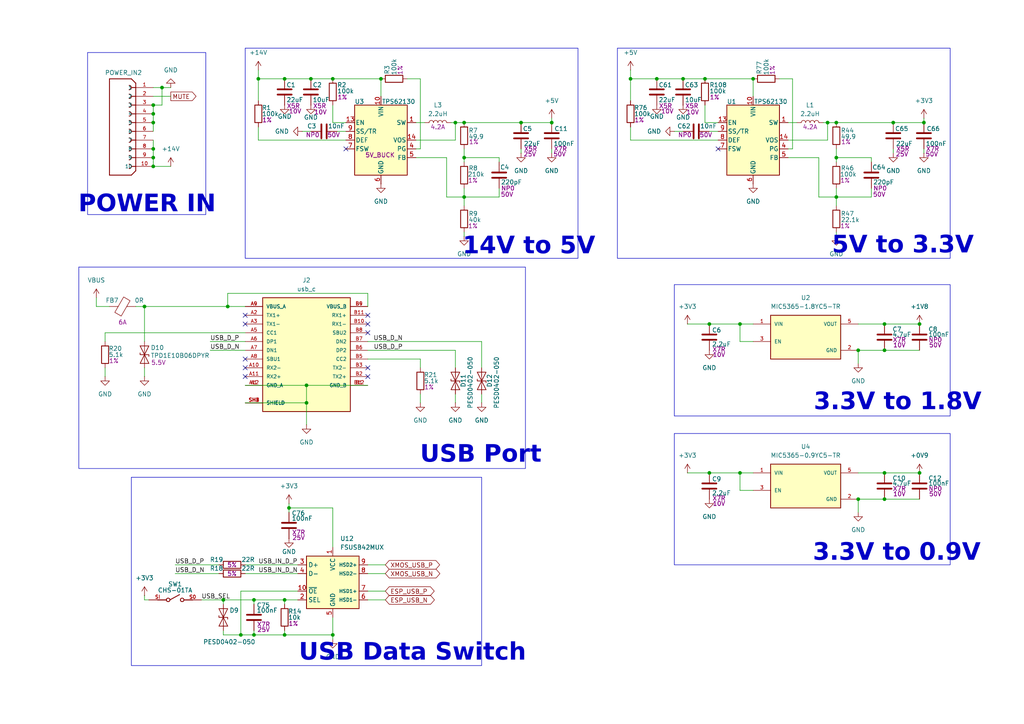
<source format=kicad_sch>
(kicad_sch (version 20250114) (generator "eeschema") (generator_version "9.0")
  (paper "A4")
  (title_block (title "Nest mini drop in PCB replacement") (rev "v1") (company "by iMike78 (inpired by Onju voice and HA VPE)"))
  (lib_symbols
    (symbol "Device:C" (pin_numbers (hide yes)) (pin_names (offset 0.254))
      (property "Reference" "C" (at 0.635 2.54 0))
      (property "Value" "C" (at 0.635 -2.54 0))
      (symbol "C_1_1"
        (pin passive line (at 0 3.81 270) (length 2.794) (name "~") (number "1"))
        (pin passive line (at 0 -3.81 90) (length 2.794) (name "~") (number "2"))
      )
    )
    (symbol "Device:FerriteBead" (pin_numbers (hide yes)) (pin_names (offset 0))
      (property "Reference" "FB" (at -3.81 0.635 90))
      (property "Value" "FerriteBead" (at 3.81 0 90))
      (symbol "FerriteBead_1_1"
        (pin passive line (at 0 3.81 270) (length 2.54) (name "~") (number "1"))
        (pin passive line (at 0 -3.81 90) (length 2.54) (name "~") (number "2"))
      )
    )
    (symbol "Device:L" (pin_numbers (hide yes)) (pin_names (offset 1.016) (hide yes))
      (property "Reference" "L" (at -1.27 0 90))
      (property "Value" "L" (at 1.905 0 90))
      (symbol "L_1_1"
        (pin passive line (at 0 3.81 270) (length 1.27) (name "1") (number "1"))
        (pin passive line (at 0 -3.81 90) (length 1.27) (name "2") (number "2"))
      )
    )
    (symbol "Device:R" (pin_numbers (hide yes)) (pin_names (offset 0))
      (property "Reference" "R" (at 2.032 0 90))
      (property "Value" "R" (at 0 0 90))
      (symbol "R_1_1"
        (pin passive line (at 0 3.81 270) (length 1.27) (name "~") (number "1"))
        (pin passive line (at 0 -3.81 90) (length 1.27) (name "~") (number "2"))
      )
    )
    (symbol "Diode:SZESD9B5.0ST5G" (pin_numbers (hide yes)) (pin_names (offset 1.016) (hide yes))
      (property "Reference" "D" (at 0 2.54 0))
      (property "Value" "SZESD9B5.0ST5G" (at 0 -2.54 0))
      (symbol "SZESD9B5.0ST5G_1_1"
        (pin passive line (at -3.81 0 0) (length 2.54) (name "A1") (number "1"))
        (pin passive line (at 3.81 0 180) (length 2.54) (name "A2") (number "2"))
      )
    )
    (symbol "FH34SRJ-10S-0.5SH_50_:FH34SRJ-10S-0.5SH_50_" (pin_names (offset 1.016))
      (property "Reference" "J" (at -7.62 13.97 0))
      (property "Value" "FH34SRJ-10S-0.5SH_50_" (at -7.62 -17.78 0))
      (symbol "FH34SRJ-10S-0.5SH_50__0_0"
        (pin passive line (at 5.08 10.16 180) (length 5.08) (name "1") (number "1"))
        (pin passive line (at 5.08 7.62 180) (length 5.08) (name "2") (number "2"))
        (pin passive line (at 5.08 5.08 180) (length 5.08) (name "3") (number "3"))
        (pin passive line (at 5.08 2.54 180) (length 5.08) (name "4") (number "4"))
        (pin passive line (at 5.08 0 180) (length 5.08) (name "5") (number "5"))
        (pin passive line (at 5.08 -2.54 180) (length 5.08) (name "6") (number "6"))
        (pin passive line (at 5.08 -5.08 180) (length 5.08) (name "7") (number "7"))
        (pin passive line (at 5.08 -7.62 180) (length 5.08) (name "8") (number "8"))
        (pin passive line (at 5.08 -10.16 180) (length 5.08) (name "9") (number "9"))
        (pin passive line (at 5.08 -12.7 180) (length 5.08) (name "10") (number "10"))
      )
    )
    (symbol "Interface_USB:FSUSB42MUX"
      (property "Reference" "U" (at -6.35 8.89 0))
      (property "Value" "FSUSB42MUX" (at 7.62 8.89 0))
      (symbol "FSUSB42MUX_1_1"
        (pin bidirectional line (at -10.16 5.08 0) (length 2.54) (name "D+") (number "3"))
        (pin bidirectional line (at -10.16 2.54 0) (length 2.54) (name "D-") (number "4"))
        (pin input line (at -10.16 -2.54 0) (length 2.54) (name "~{OE}") (number "10"))
        (pin input line (at -10.16 -5.08 0) (length 2.54) (name "SEL") (number "2"))
        (pin power_in line (at 0 10.16 270) (length 2.54) (name "VCC") (number "1"))
        (pin power_in line (at 0 -10.16 90) (length 2.54) (name "GND") (number "5"))
        (pin bidirectional line (at 10.16 5.08 180) (length 2.54) (name "HSD2+") (number "9"))
        (pin bidirectional line (at 10.16 2.54 180) (length 2.54) (name "HSD2-") (number "8"))
        (pin bidirectional line (at 10.16 -2.54 180) (length 2.54) (name "HSD1+") (number "7"))
        (pin bidirectional line (at 10.16 -5.08 180) (length 2.54) (name "HSD1-") (number "6"))
      )
    )
    (symbol "New_Library:+0V9" (power) (pin_numbers (hide yes)) (pin_names (offset 0) (hide yes))
      (property "Value" "+0V9" (at 0 3.556 0))
      (symbol "+0V9_1_1"
        (pin power_in line (at 0 0 90) (length 0) (name "~") (number "1"))
      )
    )
    (symbol "New_Library:+14V" (power) (pin_numbers (hide yes)) (pin_names (offset 0) (hide yes))
      (property "Value" "+14V" (at 0 3.556 0))
      (symbol "+14V_1_1"
        (pin power_in line (at 0 0 90) (length 0) (name "~") (number "1"))
      )
    )
    (symbol "New_Library:CHS-01TA" (pin_names (offset 1.016))
      (property "Reference" "U" (at 0 0 0))
      (property "Value" "CHS-01TA" (at 0 0 0))
      (symbol "CHS-01TA_0_0"
        (pin input line (at -2.54 0 0) (length 5.08) (name "~") (number "SI"))
        (pin output line (at 12.7 0 180) (length 5.08) (name "~") (number "S0"))
      )
    )
    (symbol "New_Library:MIC5365-1.8YC5-TR" (pin_names (offset 1.016))
      (property "Reference" "U" (at -10.16 6.35 0))
      (property "Value" "MIC5365-1.8YC5-TR" (at -10.16 -8.89 0))
      (symbol "MIC5365-1.8YC5-TR_0_0"
        (pin input line (at -15.24 2.54 0) (length 5.08) (name "VIN") (number "1"))
        (pin input line (at -15.24 -2.54 0) (length 5.08) (name "EN") (number "3"))
        (pin output line (at 15.24 2.54 180) (length 5.08) (name "VOUT") (number "5"))
        (pin power_in line (at 15.24 -5.08 180) (length 5.08) (name "GND") (number "2"))
      )
    )
    (symbol "New_Library:VBUS" (power) (pin_numbers (hide yes)) (pin_names (offset 0) (hide yes))
      (property "Value" "VBUS" (at 0 3.556 0))
      (symbol "VBUS_1_1"
        (pin power_in line (at 0 0 90) (length 0) (name "~") (number "1"))
      )
    )
    (symbol "New_Library:usb_c" (pin_names (offset 1.016))
      (property "Reference" "J" (at -12.7 16.002 0))
      (property "Value" "usb_c" (at -12.7 -18.542 0))
      (symbol "usb_c_0_0"
        (pin power_in line (at -17.78 12.7 0) (length 5.08) (name "VBUS_A") (number "A4"))
        (pin power_in line (at -17.78 12.7 0) (length 5.08) (name "VBUS_A") (number "A9"))
        (pin bidirectional line (at -17.78 10.16 0) (length 5.08) (name "TX1+") (number "A2"))
        (pin bidirectional line (at -17.78 7.62 0) (length 5.08) (name "TX1-") (number "A3"))
        (pin bidirectional line (at -17.78 5.08 0) (length 5.08) (name "CC1") (number "A5"))
        (pin bidirectional line (at -17.78 2.54 0) (length 5.08) (name "DP1") (number "A6"))
        (pin bidirectional line (at -17.78 0 0) (length 5.08) (name "DN1") (number "A7"))
        (pin bidirectional line (at -17.78 -2.54 0) (length 5.08) (name "SBU1") (number "A8"))
        (pin bidirectional line (at -17.78 -5.08 0) (length 5.08) (name "RX2-") (number "A10"))
        (pin bidirectional line (at -17.78 -7.62 0) (length 5.08) (name "RX2+") (number "A11"))
        (pin power_in line (at -17.78 -10.16 0) (length 5.08) (name "GND_A") (number "A1"))
        (pin power_in line (at -17.78 -10.16 0) (length 5.08) (name "GND_A") (number "A12"))
        (pin passive line (at -17.78 -15.24 0) (length 5.08) (name "SHIELD") (number "SH1"))
        (pin passive line (at -17.78 -15.24 0) (length 5.08) (name "SHIELD") (number "SH2"))
        (pin passive line (at -17.78 -15.24 0) (length 5.08) (name "SHIELD") (number "SH3"))
        (pin passive line (at -17.78 -15.24 0) (length 5.08) (name "SHIELD") (number "SH4"))
        (pin power_in line (at 17.78 12.7 180) (length 5.08) (name "VBUS_B") (number "B4"))
        (pin power_in line (at 17.78 12.7 180) (length 5.08) (name "VBUS_B") (number "B9"))
        (pin bidirectional line (at 17.78 10.16 180) (length 5.08) (name "RX1+") (number "B11"))
        (pin bidirectional line (at 17.78 7.62 180) (length 5.08) (name "RX1-") (number "B10"))
        (pin bidirectional line (at 17.78 5.08 180) (length 5.08) (name "SBU2") (number "B8"))
        (pin bidirectional line (at 17.78 2.54 180) (length 5.08) (name "DN2") (number "B7"))
        (pin bidirectional line (at 17.78 0 180) (length 5.08) (name "DP2") (number "B6"))
        (pin bidirectional line (at 17.78 -2.54 180) (length 5.08) (name "CC2") (number "B5"))
        (pin bidirectional line (at 17.78 -5.08 180) (length 5.08) (name "TX2-") (number "B3"))
        (pin bidirectional line (at 17.78 -7.62 180) (length 5.08) (name "TX2+") (number "B2"))
        (pin power_in line (at 17.78 -10.16 180) (length 5.08) (name "GND_B") (number "B1"))
        (pin power_in line (at 17.78 -10.16 180) (length 5.08) (name "GND_B") (number "B12"))
      )
    )
    (symbol "Regulator_Switching:TPS62130" (pin_names (offset 0.254))
      (property "Reference" "U" (at 3.81 13.97 0))
      (property "Value" "TPS62130" (at 3.81 11.43 0))
      (symbol "TPS62130_1_1"
        (pin input line (at -10.16 5.08 0) (length 2.54) (name "EN") (number "13"))
        (pin input line (at -10.16 2.54 0) (length 2.54) (name "SS/TR") (number "9"))
        (pin input line (at -10.16 0 0) (length 2.54) (name "DEF") (number "8"))
        (pin input line (at -10.16 -2.54 0) (length 2.54) (name "FSW") (number "7"))
        (pin power_in line (at 0 12.7 270) (length 2.54) (name "VIN") (number "10"))
        (pin passive line (at 0 12.7 270) (length 2.54) (hide yes) (name "VIN") (number "11"))
        (pin passive line (at 0 12.7 270) (length 2.54) (hide yes) (name "VIN") (number "12"))
        (pin passive line (at 0 -12.7 90) (length 2.54) (hide yes) (name "GND") (number "15"))
        (pin passive line (at 0 -12.7 90) (length 2.54) (hide yes) (name "GND") (number "16"))
        (pin passive line (at 0 -12.7 90) (length 2.54) (hide yes) (name "GND") (number "17"))
        (pin power_in line (at 0 -12.7 90) (length 2.54) (name "GND") (number "6"))
        (pin output line (at 10.16 5.08 180) (length 2.54) (name "SW") (number "1"))
        (pin passive line (at 10.16 5.08 180) (length 2.54) (hide yes) (name "SW") (number "2"))
        (pin passive line (at 10.16 5.08 180) (length 2.54) (hide yes) (name "SW") (number "3"))
        (pin input line (at 10.16 0 180) (length 2.54) (name "VOS") (number "14"))
        (pin open_collector line (at 10.16 -2.54 180) (length 2.54) (name "PG") (number "4"))
        (pin input line (at 10.16 -5.08 180) (length 2.54) (name "FB") (number "5"))
      )
    )
    (symbol "power:+1V8" (power) (pin_numbers (hide yes)) (pin_names (offset 0) (hide yes))
      (property "Value" "+1V8" (at 0 3.556 0))
      (symbol "+1V8_1_1"
        (pin power_in line (at 0 0 90) (length 0) (name "~") (number "1"))
      )
    )
    (symbol "power:+3V3" (power) (pin_numbers (hide yes)) (pin_names (offset 0) (hide yes))
      (property "Value" "+3V3" (at 0 3.556 0))
      (symbol "+3V3_1_1"
        (pin power_in line (at 0 0 90) (length 0) (name "~") (number "1"))
      )
    )
    (symbol "power:+5V" (power) (pin_numbers (hide yes)) (pin_names (offset 0) (hide yes))
      (property "Value" "+5V" (at 0 3.556 0))
      (symbol "+5V_1_1"
        (pin power_in line (at 0 0 90) (length 0) (name "~") (number "1"))
      )
    )
    (symbol "power:GND" (power) (pin_numbers (hide yes)) (pin_names (offset 0) (hide yes))
      (property "Value" "GND" (at 0 -3.81 0))
      (symbol "GND_1_1"
        (pin power_in line (at 0 0 270) (length 0) (name "~") (number "1"))
      )
    )
  )
  (rectangle (start 25.4 15.24) (end 59.69 62.23))
  (rectangle (start 22.86 77.47) (end 152.4 135.89))
  (rectangle (start 22.86 77.47) (end 22.86 77.47))
  (rectangle (start 195.58 82.55) (end 275.59 120.65))
  (rectangle (start 195.58 125.73) (end 275.59 163.83))
  (rectangle (start 179.07 13.97) (end 275.59 74.93))
  (rectangle (start 38.1 138.43) (end 139.7 193.04))
  (rectangle (start 71.12 13.97) (end 167.64 74.93))
  (text "USB Port" (at 139.446 133.35 0) (effects (font (size 5 5) (bold yes))))
  (text "POWER IN" (at 42.672 60.706 0) (effects (font (size 5 5) (bold yes))))
  (text "14V to 5V" (at 153.416 72.898 0) (effects (font (size 5 5) (bold yes))))
  (text "USB Data Switch" (at 119.634 190.754 0) (effects (font (size 5 5) (bold yes))))
  (text "3.3V to 1.8V" (at 260.35 118.11 0) (effects (font (size 5 5) (bold yes))))
  (text "5V to 3.3V" (at 261.874 72.644 0) (effects (font (size 5 5) (bold yes))))
  (text "3.3V to 0.9V" (at 260.096 161.798 0) (effects (font (size 5 5) (bold yes))))
  (junction (at 64.77 173.99))
  (junction (at 44.45 33.02))
  (junction (at 82.55 184.15))
  (junction (at 218.44 22.86))
  (junction (at 242.57 45.72))
  (junction (at 160.02 35.56))
  (junction (at 44.45 35.56))
  (junction (at 96.52 184.15))
  (junction (at 266.7 93.98))
  (junction (at 73.66 173.99))
  (junction (at 214.63 137.16))
  (junction (at 242.57 57.15))
  (junction (at 44.45 30.48))
  (junction (at 44.45 43.18))
  (junction (at 69.85 184.15))
  (junction (at 66.04 88.9))
  (junction (at 83.82 147.32))
  (junction (at 88.9 111.76))
  (junction (at 110.49 22.86))
  (junction (at 134.62 35.56))
  (junction (at 205.74 93.98))
  (junction (at 190.5 22.86))
  (junction (at 198.12 22.86))
  (junction (at 256.54 144.78))
  (junction (at 256.54 137.16))
  (junction (at 96.52 22.86))
  (junction (at 44.45 45.72))
  (junction (at 41.91 88.9))
  (junction (at 44.45 48.26))
  (junction (at 182.88 22.86))
  (junction (at 88.9 116.84))
  (junction (at 205.74 137.16))
  (junction (at 204.47 22.86))
  (junction (at 214.63 93.98))
  (junction (at 266.7 137.16))
  (junction (at 248.92 101.6))
  (junction (at 134.62 45.72))
  (junction (at 134.62 57.15))
  (junction (at 73.66 184.15))
  (junction (at 256.54 93.98))
  (junction (at 256.54 101.6))
  (junction (at 74.93 22.86))
  (junction (at 240.03 35.56))
  (junction (at 132.08 35.56))
  (junction (at 82.55 173.99))
  (junction (at 242.57 35.56))
  (junction (at 90.17 22.86))
  (junction (at 248.92 144.78))
  (junction (at 259.08 35.56))
  (junction (at 151.13 35.56))
  (junction (at 46.99 25.4))
  (junction (at 82.55 22.86))
  (junction (at 267.97 35.56))
  (no_connect (at 106.68 93.98))
  (no_connect (at 106.68 96.52))
  (no_connect (at 71.12 109.22))
  (no_connect (at 106.68 109.22))
  (no_connect (at 100.33 43.18))
  (no_connect (at 106.68 91.44))
  (no_connect (at 208.28 43.18))
  (no_connect (at 71.12 106.68))
  (no_connect (at 71.12 104.14))
  (no_connect (at 71.12 91.44))
  (no_connect (at 106.68 106.68))
  (no_connect (at 71.12 93.98))
  (wire (pts (xy 229.87 22.86) (xy 229.87 43.18)))
  (wire (pts (xy 44.45 45.72) (xy 44.45 48.26)))
  (wire (pts (xy 160.02 34.29) (xy 160.02 35.56)))
  (wire (pts (xy 205.74 38.1) (xy 208.28 38.1)))
  (wire (pts (xy 214.63 137.16) (xy 218.44 137.16)))
  (wire (pts (xy 82.55 182.88) (xy 82.55 184.15)))
  (wire (pts (xy 214.63 99.06) (xy 214.63 93.98)))
  (wire (pts (xy 226.06 22.86) (xy 229.87 22.86)))
  (wire (pts (xy 44.45 27.94) (xy 49.53 27.94)))
  (wire (pts (xy 44.45 30.48) (xy 44.45 33.02)))
  (wire (pts (xy 151.13 44.45) (xy 151.13 43.18)))
  (wire (pts (xy 242.57 45.72) (xy 252.73 45.72)))
  (wire (pts (xy 134.62 57.15) (xy 134.62 59.69)))
  (wire (pts (xy 144.78 54.61) (xy 144.78 57.15)))
  (wire (pts (xy 96.52 30.48) (xy 96.52 35.56)))
  (wire (pts (xy 218.44 99.06) (xy 214.63 99.06)))
  (wire (pts (xy 96.52 35.56) (xy 100.33 35.56)))
  (wire (pts (xy 64.77 184.15) (xy 69.85 184.15)))
  (wire (pts (xy 259.08 35.56) (xy 267.97 35.56)))
  (wire (pts (xy 71.12 116.84) (xy 88.9 116.84)))
  (wire (pts (xy 82.55 184.15) (xy 96.52 184.15)))
  (wire (pts (xy 44.45 48.26) (xy 49.53 48.26)))
  (wire (pts (xy 41.91 88.9) (xy 66.04 88.9)))
  (wire (pts (xy 97.79 38.1) (xy 100.33 38.1)))
  (wire (pts (xy 182.88 20.32) (xy 182.88 22.86)))
  (wire (pts (xy 228.6 40.64) (xy 240.03 40.64)))
  (wire (pts (xy 88.9 111.76) (xy 88.9 116.84)))
  (wire (pts (xy 134.62 68.58) (xy 134.62 67.31)))
  (wire (pts (xy 71.12 111.76) (xy 88.9 111.76)))
  (wire (pts (xy 96.52 22.86) (xy 110.49 22.86)))
  (wire (pts (xy 27.94 88.9) (xy 31.75 88.9)))
  (wire (pts (xy 74.93 22.86) (xy 82.55 22.86)))
  (wire (pts (xy 259.08 44.45) (xy 259.08 43.18)))
  (wire (pts (xy 44.45 43.18) (xy 44.45 45.72)))
  (wire (pts (xy 214.63 142.24) (xy 214.63 137.16)))
  (wire (pts (xy 88.9 111.76) (xy 106.68 111.76)))
  (wire (pts (xy 71.12 166.37) (xy 86.36 166.37)))
  (wire (pts (xy 82.55 173.99) (xy 86.36 173.99)))
  (wire (pts (xy 96.52 147.32) (xy 83.82 147.32)))
  (wire (pts (xy 44.45 40.64) (xy 44.45 43.18)))
  (wire (pts (xy 110.49 22.86) (xy 110.49 27.94)))
  (wire (pts (xy 58.42 173.99) (xy 64.77 173.99)))
  (wire (pts (xy 195.58 38.1) (xy 198.12 38.1)))
  (wire (pts (xy 256.54 101.6) (xy 266.7 101.6)))
  (wire (pts (xy 74.93 20.32) (xy 74.93 22.86)))
  (wire (pts (xy 237.49 57.15) (xy 242.57 57.15)))
  (wire (pts (xy 132.08 35.56) (xy 134.62 35.56)))
  (wire (pts (xy 74.93 36.83) (xy 74.93 40.64)))
  (wire (pts (xy 134.62 45.72) (xy 144.78 45.72)))
  (wire (pts (xy 248.92 105.41) (xy 248.92 101.6)))
  (wire (pts (xy 242.57 43.18) (xy 242.57 45.72)))
  (wire (pts (xy 132.08 40.64) (xy 132.08 35.56)))
  (wire (pts (xy 121.92 22.86) (xy 121.92 43.18)))
  (wire (pts (xy 228.6 35.56) (xy 231.14 35.56)))
  (wire (pts (xy 205.74 137.16) (xy 214.63 137.16)))
  (wire (pts (xy 218.44 142.24) (xy 214.63 142.24)))
  (wire (pts (xy 237.49 45.72) (xy 237.49 57.15)))
  (wire (pts (xy 182.88 22.86) (xy 182.88 29.21)))
  (wire (pts (xy 267.97 44.45) (xy 267.97 43.18)))
  (wire (pts (xy 229.87 43.18) (xy 228.6 43.18)))
  (wire (pts (xy 248.92 101.6) (xy 256.54 101.6)))
  (wire (pts (xy 69.85 171.45) (xy 69.85 184.15)))
  (wire (pts (xy 74.93 40.64) (xy 100.33 40.64)))
  (wire (pts (xy 46.99 30.48) (xy 44.45 30.48)))
  (wire (pts (xy 248.92 144.78) (xy 256.54 144.78)))
  (wire (pts (xy 73.66 173.99) (xy 73.66 175.26)))
  (wire (pts (xy 242.57 68.58) (xy 242.57 67.31)))
  (wire (pts (xy 199.39 93.98) (xy 205.74 93.98)))
  (wire (pts (xy 256.54 137.16) (xy 266.7 137.16)))
  (wire (pts (xy 267.97 34.29) (xy 267.97 35.56)))
  (wire (pts (xy 74.93 22.86) (xy 74.93 29.21)))
  (wire (pts (xy 240.03 35.56) (xy 242.57 35.56)))
  (wire (pts (xy 64.77 173.99) (xy 73.66 173.99)))
  (wire (pts (xy 118.11 22.86) (xy 121.92 22.86)))
  (wire (pts (xy 256.54 93.98) (xy 266.7 93.98)))
  (wire (pts (xy 82.55 173.99) (xy 82.55 175.26)))
  (wire (pts (xy 30.48 106.68) (xy 30.48 109.22)))
  (wire (pts (xy 256.54 144.78) (xy 266.7 144.78)))
  (wire (pts (xy 106.68 166.37) (xy 111.76 166.37)))
  (wire (pts (xy 46.99 25.4) (xy 46.99 30.48)))
  (wire (pts (xy 204.47 35.56) (xy 208.28 35.56)))
  (wire (pts (xy 64.77 182.88) (xy 64.77 184.15)))
  (wire (pts (xy 50.8 163.83) (xy 63.5 163.83)))
  (wire (pts (xy 46.99 25.4) (xy 49.53 25.4)))
  (wire (pts (xy 96.52 158.75) (xy 96.52 147.32)))
  (wire (pts (xy 139.7 114.3) (xy 139.7 116.84)))
  (wire (pts (xy 73.66 173.99) (xy 82.55 173.99)))
  (wire (pts (xy 106.68 101.6) (xy 132.08 101.6)))
  (wire (pts (xy 106.68 85.09) (xy 66.04 85.09)))
  (wire (pts (xy 242.57 57.15) (xy 252.73 57.15)))
  (wire (pts (xy 214.63 93.98) (xy 218.44 93.98)))
  (wire (pts (xy 132.08 114.3) (xy 132.08 116.84)))
  (wire (pts (xy 64.77 175.26) (xy 64.77 173.99)))
  (wire (pts (xy 27.94 86.36) (xy 27.94 88.9)))
  (wire (pts (xy 41.91 172.72) (xy 41.91 173.99)))
  (wire (pts (xy 83.82 146.05) (xy 83.82 147.32)))
  (wire (pts (xy 50.8 166.37) (xy 63.5 166.37)))
  (wire (pts (xy 132.08 106.68) (xy 132.08 101.6)))
  (wire (pts (xy 248.92 93.98) (xy 256.54 93.98)))
  (wire (pts (xy 66.04 85.09) (xy 66.04 88.9)))
  (wire (pts (xy 134.62 43.18) (xy 134.62 45.72)))
  (wire (pts (xy 44.45 25.4) (xy 46.99 25.4)))
  (wire (pts (xy 39.37 88.9) (xy 41.91 88.9)))
  (wire (pts (xy 144.78 46.99) (xy 144.78 45.72)))
  (wire (pts (xy 204.47 30.48) (xy 204.47 35.56)))
  (wire (pts (xy 96.52 179.07) (xy 96.52 184.15)))
  (wire (pts (xy 190.5 22.86) (xy 198.12 22.86)))
  (wire (pts (xy 71.12 96.52) (xy 30.48 96.52)))
  (wire (pts (xy 44.45 35.56) (xy 44.45 38.1)))
  (wire (pts (xy 242.57 35.56) (xy 259.08 35.56)))
  (wire (pts (xy 238.76 35.56) (xy 240.03 35.56)))
  (wire (pts (xy 106.68 163.83) (xy 111.76 163.83)))
  (wire (pts (xy 106.68 88.9) (xy 106.68 85.09)))
  (wire (pts (xy 198.12 22.86) (xy 204.47 22.86)))
  (wire (pts (xy 120.65 45.72) (xy 129.54 45.72)))
  (wire (pts (xy 242.57 45.72) (xy 242.57 46.99)))
  (wire (pts (xy 69.85 184.15) (xy 73.66 184.15)))
  (wire (pts (xy 41.91 106.68) (xy 41.91 109.22)))
  (wire (pts (xy 41.91 88.9) (xy 41.91 99.06)))
  (wire (pts (xy 83.82 147.32) (xy 83.82 148.59)))
  (wire (pts (xy 134.62 35.56) (xy 151.13 35.56)))
  (wire (pts (xy 130.81 35.56) (xy 132.08 35.56)))
  (wire (pts (xy 228.6 45.72) (xy 237.49 45.72)))
  (wire (pts (xy 248.92 148.59) (xy 248.92 144.78)))
  (wire (pts (xy 129.54 57.15) (xy 134.62 57.15)))
  (wire (pts (xy 120.65 40.64) (xy 132.08 40.64)))
  (wire (pts (xy 252.73 46.99) (xy 252.73 45.72)))
  (wire (pts (xy 199.39 137.16) (xy 205.74 137.16)))
  (wire (pts (xy 151.13 35.56) (xy 160.02 35.56)))
  (wire (pts (xy 240.03 40.64) (xy 240.03 35.56)))
  (wire (pts (xy 106.68 171.45) (xy 111.76 171.45)))
  (wire (pts (xy 121.92 104.14) (xy 121.92 106.68)))
  (wire (pts (xy 73.66 182.88) (xy 73.66 184.15)))
  (wire (pts (xy 182.88 22.86) (xy 190.5 22.86)))
  (wire (pts (xy 121.92 114.3) (xy 121.92 116.84)))
  (wire (pts (xy 134.62 57.15) (xy 144.78 57.15)))
  (wire (pts (xy 204.47 22.86) (xy 218.44 22.86)))
  (wire (pts (xy 134.62 54.61) (xy 134.62 57.15)))
  (wire (pts (xy 139.7 106.68) (xy 139.7 99.06)))
  (wire (pts (xy 252.73 54.61) (xy 252.73 57.15)))
  (wire (pts (xy 71.12 163.83) (xy 86.36 163.83)))
  (wire (pts (xy 134.62 45.72) (xy 134.62 46.99)))
  (wire (pts (xy 60.96 99.06) (xy 71.12 99.06)))
  (wire (pts (xy 182.88 40.64) (xy 208.28 40.64)))
  (wire (pts (xy 106.68 173.99) (xy 111.76 173.99)))
  (wire (pts (xy 60.96 101.6) (xy 71.12 101.6)))
  (wire (pts (xy 41.91 173.99) (xy 43.18 173.99)))
  (wire (pts (xy 120.65 35.56) (xy 123.19 35.56)))
  (wire (pts (xy 242.57 54.61) (xy 242.57 57.15)))
  (wire (pts (xy 90.17 22.86) (xy 96.52 22.86)))
  (wire (pts (xy 129.54 45.72) (xy 129.54 57.15)))
  (wire (pts (xy 44.45 33.02) (xy 44.45 35.56)))
  (wire (pts (xy 205.74 93.98) (xy 214.63 93.98)))
  (wire (pts (xy 88.9 116.84) (xy 88.9 123.19)))
  (wire (pts (xy 160.02 44.45) (xy 160.02 43.18)))
  (wire (pts (xy 218.44 22.86) (xy 218.44 27.94)))
  (wire (pts (xy 30.48 96.52) (xy 30.48 99.06)))
  (wire (pts (xy 73.66 184.15) (xy 82.55 184.15)))
  (wire (pts (xy 121.92 43.18) (xy 120.65 43.18)))
  (wire (pts (xy 96.52 184.15) (xy 96.52 185.42)))
  (wire (pts (xy 66.04 88.9) (xy 71.12 88.9)))
  (wire (pts (xy 87.63 38.1) (xy 90.17 38.1)))
  (wire (pts (xy 248.92 137.16) (xy 256.54 137.16)))
  (wire (pts (xy 242.57 57.15) (xy 242.57 59.69)))
  (wire (pts (xy 106.68 104.14) (xy 121.92 104.14)))
  (wire (pts (xy 82.55 22.86) (xy 90.17 22.86)))
  (wire (pts (xy 106.68 99.06) (xy 139.7 99.06)))
  (wire (pts (xy 86.36 171.45) (xy 69.85 171.45)))
  (wire (pts (xy 182.88 36.83) (xy 182.88 40.64)))
  (label "USB_D_P" (at 50.8 163.83 0))
  (label "USB_D_N" (at 50.8 166.37 0))
  (label "USB_D_P" (at 116.84 101.6 180))
  (label "USB_D_N" (at 116.84 99.06 180))
  (label "USB_D_N" (at 60.96 101.6 0))
  (label "USB_D_P" (at 60.96 99.06 0))
  (label "USB_IN_D_P" (at 74.93 163.83 0))
  (label "USB_IN_D_N" (at 74.93 166.37 0))
  (label "USB_SEL" (at 58.42 173.99 0))
  (global_label "MUTE" (shape output) (at 49.53 27.94 0) (property "Intersheetrefs" "${INTERSHEET_REFS}" (effects (hide yes))))
  (global_label "ESP_USB_P" (shape bidirectional) (at 111.76 171.45 0) (property "Intersheetrefs" "${INTERSHEET_REFS}" (effects (hide yes))))
  (global_label "ESP_USB_N" (shape bidirectional) (at 111.76 173.99 0) (property "Intersheetrefs" "${INTERSHEET_REFS}" (effects (hide yes))))
  (global_label "XMOS_USB_P" (shape bidirectional) (at 111.76 163.83 0) (property "Intersheetrefs" "${INTERSHEET_REFS}" (effects (hide yes))))
  (global_label "XMOS_USB_N" (shape bidirectional) (at 111.76 166.37 0) (property "Intersheetrefs" "${INTERSHEET_REFS}" (effects (hide yes))))
  (symbol (lib_id "Device:C") (at 83.82 152.4 0) (unit 1)
    (property "Reference" "C76" (at 84.582 148.844 0) (effects (justify left)))
    (property "Value" "100nF" (at 84.582 150.368 0) (effects (justify left)))
    (property "Footprint" "Capacitor_SMD:C_0603_1608Metric" (effects (hide yes)))
    (property "Description" "Unpolarized capacitor" (effects (hide yes)))
    (property "Dielectric" "X7R" (at 86.614 154.432 0))
    (property "Voltage" "25V" (at 86.614 155.956 0))
    (property "Function" "USB" (effects (hide yes)))
  )
  (symbol (lib_id "Device:C") (at 160.02 39.37 0) (unit 1)
    (property "Reference" "C11" (at 160.782 37.338 0) (effects (justify left)))
    (property "Value" "100nF" (at 160.528 41.656 0) (effects (justify left)))
    (property "Footprint" "Capacitor_SMD:C_0805_2012Metric" (effects (hide yes)))
    (property "Description" "Unpolarized capacitor" (effects (hide yes)))
    (property "Dielectric" "X7R" (at 162.56 43.18 0))
    (property "Voltage" "50V" (at 162.306 44.704 0))
    (property "Function" "5V_BUCK" (effects (hide yes)))
  )
  (symbol (lib_id "New_Library:+14V") (at 49.53 48.26 0) (unit 1)
    (property "Reference" "#PWR015" (effects (hide yes)))
    (property "Value" "+14V" (at 49.53 43.18 0))
    (property "Description" "Power symbol creates a global label with name {dblquote}+14V{dblquote}" (effects (hide yes)))
  )
  (symbol (lib_id "power:GND") (at 218.44 53.34 0) (unit 1)
    (property "Reference" "#PWR017" (effects (hide yes)))
    (property "Value" "GND" (at 218.44 58.42 0))
    (property "Description" "Power symbol creates a global label with name \"GND\" , ground" (effects (hide yes)))
  )
  (symbol (lib_id "Device:R") (at 242.57 50.8 0) (unit 1)
    (property "Reference" "R46" (at 243.84 48.768 0) (effects (justify left)))
    (property "Value" "100k" (at 243.586 50.546 0) (effects (justify left)))
    (property "Footprint" "Resistor_SMD:R_0603_1608Metric" (effects (hide yes)))
    (property "Description" "Resistor" (effects (hide yes)))
    (property "Tolerance" "1%" (at 245.11 52.324 0))
    (property "Function" "3.3V_BUCK" (effects (hide yes)))
  )
  (symbol (lib_id "Device:R") (at 242.57 63.5 0) (unit 1)
    (property "Reference" "R47" (at 243.84 61.976 0) (effects (justify left)))
    (property "Value" "22.1k" (at 243.84 63.754 0) (effects (justify left)))
    (property "Footprint" "Resistor_SMD:R_0603_1608Metric" (effects (hide yes)))
    (property "Description" "Resistor" (effects (hide yes)))
    (property "Tolerance" "1%" (at 245.11 65.532 0))
    (property "Function" "3.3V_BUCK" (effects (hide yes)))
  )
  (symbol (lib_id "Device:R") (at 242.57 39.37 0) (unit 1)
    (property "Reference" "R44" (at 243.84 37.846 0) (effects (justify left)))
    (property "Value" "49.9" (at 243.84 39.624 0) (effects (justify left)))
    (property "Footprint" "Resistor_SMD:R_0603_1608Metric" (effects (hide yes)))
    (property "Description" "Resistor" (effects (hide yes)))
    (property "Tolerance" "1%" (at 245.364 41.148 0))
    (property "Function" "3.3V_BUCK" (effects (hide yes)))
  )
  (symbol (lib_id "power:GND") (at 205.74 144.78 0) (unit 1)
    (property "Reference" "#PWR014" (effects (hide yes)))
    (property "Value" "GND" (at 205.74 149.86 0))
    (property "Description" "Power symbol creates a global label with name \"GND\" , ground" (effects (hide yes)))
  )
  (symbol (lib_id "power:GND") (at 30.48 109.22 0) (unit 1)
    (property "Reference" "#PWR0150" (effects (hide yes)))
    (property "Value" "GND" (at 30.48 114.3 0))
    (property "Description" "Power symbol creates a global label with name \"GND\" , ground" (effects (hide yes)))
  )
  (symbol (lib_id "Device:R") (at 182.88 33.02 0) (unit 1)
    (property "Reference" "R76" (at 183.896 31.242 0) (effects (justify left)))
    (property "Value" "100k" (at 183.896 33.02 0) (effects (justify left)))
    (property "Footprint" "Resistor_SMD:R_0402_1005Metric" (effects (hide yes)))
    (property "Description" "Resistor" (effects (hide yes)))
    (property "Tolerance" "1%" (at 185.42 34.798 0))
    (property "Function" "3.3V_BUCK" (effects (hide yes)))
  )
  (symbol (lib_id "New_Library:MIC5365-1.8YC5-TR") (at 233.68 139.7 0) (unit 1)
    (property "Reference" "U4" (at 233.68 129.54 0))
    (property "Value" "MIC5365-0.9YC5-TR" (at 233.68 132.08 0))
    (property "Footprint" "Onju:SOT65P210X110-5N" (effects (hide yes)))
    (property "MF" "Microchip Technology" (effects (hide yes)))
    (property "MAXIMUM_PACKAGE_HEIGHT" "1.10mm" (effects (hide yes)))
    (property "Package" "SC-70-5 Microchip" (effects (hide yes)))
    (property "Price" "None" (effects (hide yes)))
    (property "STANDARD" "IPC 7351B" (effects (hide yes)))
    (property "PARTREV" "3.1 - July 16, 2013" (effects (hide yes)))
    (property "MP" "MIC5365-0.9YC5-TR" (effects (hide yes)))
    (property "Description_1" "Linear Voltage Regulator IC Positive Fixed 1 Output  150mA SC-70-5" (effects (hide yes)))
    (property "MANUFACTURER" "Micrel" (effects (hide yes)))
    (property "Function" "0.9V_LDO" (effects (hide yes)))
  )
  (symbol (lib_id "Device:C") (at 90.17 26.67 0) (unit 1)
    (property "Reference" "C2" (at 90.678 24.638 0) (effects (justify left)))
    (property "Value" "10uF" (at 90.678 28.956 0) (effects (justify left)))
    (property "Footprint" "Capacitor_SMD:C_0805_2012Metric" (effects (hide yes)))
    (property "Description" "Unpolarized capacitor" (effects (hide yes)))
    (property "Dielectric" "X5R" (at 92.71 30.734 0))
    (property "Voltage" "10V" (at 92.964 32.512 0))
    (property "Function" "5V_BUCK" (effects (hide yes)))
  )
  (symbol (lib_id "Device:C") (at 144.78 50.8 0) (unit 1)
    (property "Reference" "C4" (at 145.034 48.514 0) (effects (justify left)))
    (property "Value" "220pF" (at 145.288 52.832 0) (effects (justify left)))
    (property "Footprint" "Capacitor_SMD:C_0603_1608Metric" (effects (hide yes)))
    (property "Description" "Unpolarized capacitor" (effects (hide yes)))
    (property "Dielectric" "NP0" (at 147.32 54.61 0))
    (property "Voltage" "50V" (at 147.066 56.388 0))
    (property "Function" "5V_BUCK" (effects (hide yes)))
  )
  (symbol (lib_id "power:GND") (at 49.53 25.4 180) (unit 1)
    (property "Reference" "#PWR016" (effects (hide yes)))
    (property "Value" "GND" (at 49.53 20.32 0))
    (property "Description" "Power symbol creates a global label with name \"GND\" , ground" (effects (hide yes)))
  )
  (symbol (lib_id "Device:R") (at 134.62 63.5 0) (unit 1)
    (property "Reference" "R9" (at 135.89 61.976 0) (effects (justify left)))
    (property "Value" "40k" (at 135.89 63.754 0) (effects (justify left)))
    (property "Footprint" "Resistor_SMD:R_0603_1608Metric" (effects (hide yes)))
    (property "Description" "Resistor" (effects (hide yes)))
    (property "Tolerance" "1%" (at 137.16 65.532 0))
    (property "Function" "5V_BUCK" (effects (hide yes)))
  )
  (symbol (lib_id "Device:R") (at 74.93 33.02 0) (unit 1)
    (property "Reference" "R1" (at 75.946 31.242 0) (effects (justify left)))
    (property "Value" "100k" (at 75.946 33.02 0) (effects (justify left)))
    (property "Footprint" "Resistor_SMD:R_0402_1005Metric" (effects (hide yes)))
    (property "Description" "Resistor" (effects (hide yes)))
    (property "Tolerance" "1%" (at 77.47 34.798 0))
    (property "Function" "5V_BUCK" (effects (hide yes)))
  )
  (symbol (lib_id "New_Library:+0V9") (at 266.7 137.16 0) (unit 1)
    (property "Reference" "#PWR028" (effects (hide yes)))
    (property "Value" "+0V9" (at 266.7 132.08 0))
    (property "Description" "Power symbol creates a global label with name \"+1V0\"" (effects (hide yes)))
  )
  (symbol (lib_id "power:GND") (at 83.82 156.21 0) (unit 1)
    (property "Reference" "#PWR0145" (effects (hide yes)))
    (property "Value" "GND" (at 83.82 160.02 0))
    (property "Description" "Power symbol creates a global label with name \"GND\" , ground" (effects (hide yes)))
  )
  (symbol (lib_id "power:GND") (at 267.97 44.45 0) (unit 1)
    (property "Reference" "#PWR08" (effects (hide yes)))
    (property "Value" "GND" (at 267.97 49.53 0))
    (property "Description" "Power symbol creates a global label with name \"GND\" , ground" (effects (hide yes)))
  )
  (symbol (lib_id "power:GND") (at 151.13 44.45 0) (unit 1)
    (property "Reference" "#PWR024" (effects (hide yes)))
    (property "Value" "GND" (at 151.13 49.53 0))
    (property "Description" "Power symbol creates a global label with name \"GND\" , ground" (effects (hide yes)))
  )
  (symbol (lib_id "New_Library:+14V") (at 74.93 20.32 0) (unit 1)
    (property "Reference" "#PWR025" (effects (hide yes)))
    (property "Value" "+14V" (at 74.93 15.24 0))
    (property "Description" "Power symbol creates a global label with name {dblquote}+14V{dblquote}" (effects (hide yes)))
  )
  (symbol (lib_id "Diode:SZESD9B5.0ST5G") (at 139.7 110.49 90) (unit 1)
    (property "Reference" "D12" (at 141.986 108.458 0) (effects (justify right)))
    (property "Value" "PESD0402-050" (at 144.018 103.378 0) (effects (justify right)))
    (property "Footprint" "Diode_SMD:D_0402_1005Metric" (effects (hide yes)))
    (property "Description" "PESD0402-050, 5V TVS, 0.3pF" (effects (hide yes)))
    (property "Function" "MIC" (effects (hide yes)))
  )
  (symbol (lib_id "Device:C") (at 205.74 97.79 0) (unit 1)
    (property "Reference" "C6" (at 206.502 95.758 0) (effects (justify left)))
    (property "Value" "2.2uF" (at 206.502 99.822 0) (effects (justify left)))
    (property "Footprint" "Capacitor_SMD:C_0603_1608Metric" (effects (hide yes)))
    (property "Description" "Unpolarized capacitor" (effects (hide yes)))
    (property "Function" "1.8V_LDO" (effects (hide yes)))
    (property "Dielectric" "X7R" (at 208.534 101.346 0))
    (property "Voltage" "10V" (at 208.534 102.87 0))
  )
  (symbol (lib_id "Device:C") (at 266.7 140.97 0) (unit 1)
    (property "Reference" "C12" (at 269.24 138.684 0) (effects (justify left)))
    (property "Value" "100nF" (at 269.24 140.208 0) (effects (justify left)))
    (property "Footprint" "Capacitor_SMD:C_0603_1608Metric" (effects (hide yes)))
    (property "Description" "Unpolarized capacitor" (effects (hide yes)))
    (property "Function" "0.9V_LDO" (effects (hide yes)))
    (property "Dielectric" "NP0" (at 271.272 141.732 0))
    (property "Voltage" "50V" (at 271.272 143.256 0))
  )
  (symbol (lib_id "Device:R") (at 134.62 39.37 0) (unit 1)
    (property "Reference" "R7" (at 135.89 37.846 0) (effects (justify left)))
    (property "Value" "49.9" (at 135.89 39.624 0) (effects (justify left)))
    (property "Footprint" "Resistor_SMD:R_0603_1608Metric" (effects (hide yes)))
    (property "Description" "Resistor" (effects (hide yes)))
    (property "Tolerance" "1%" (at 137.414 41.148 0))
    (property "Function" "5V_BUCK" (effects (hide yes)))
  )
  (symbol (lib_id "power:GND") (at 139.7 116.84 0) (unit 1)
    (property "Reference" "#PWR0153" (effects (hide yes)))
    (property "Value" "GND" (at 139.7 121.92 0))
    (property "Description" "Power symbol creates a global label with name \"GND\" , ground" (effects (hide yes)))
  )
  (symbol (lib_id "FH34SRJ-10S-0.5SH_50_:FH34SRJ-10S-0.5SH_50_") (at 39.37 35.56 0) (unit 1)
    (property "Reference" "POWER_IN2" (at 35.814 21.082 0))
    (property "Value" "FH34SRJ-10S-0.5SH_50_" (effects (hide yes)))
    (property "Footprint" "Onju:HRS_FH34SRJ-10S-0.5SH_50_" (effects (hide yes)))
    (property "MF" "Hirose Electric" (effects (hide yes)))
    (property "MAXIMUM_PACKAGE_HEIGHT" "1.75 mm" (effects (hide yes)))
    (property "Package" "None" (effects (hide yes)))
    (property "Price" "None" (effects (hide yes)))
    (property "Check_prices" "https://www.snapeda.com/parts/FH34SRJ-10S-0.5SH(50)/Hirose/view-part/?ref=eda" (effects (hide yes)))
    (property "STANDARD" "Manufacturer Recommendations" (effects (hide yes)))
    (property "PARTREV" "Apr.1.2022" (effects (hide yes)))
    (property "SnapEDA_Link" "https://www.snapeda.com/parts/FH34SRJ-10S-0.5SH(50)/Hirose/view-part/?ref=snap" (effects (hide yes)))
    (property "MP" "FH34SRJ-10S-0.5SH(50)" (effects (hide yes)))
    (property "Description_1" "10 Position FFC, FPC Connector Contacts, Top and Bottom 0.020 (0.50mm) Surface Mount, Right Angle" (effects (hide yes)))
    (property "Availability" "In Stock" (effects (hide yes)))
    (property "MANUFACTURER" "Hirose" (effects (hide yes)))
  )
  (symbol (lib_id "power:GND") (at 248.92 105.41 0) (unit 1)
    (property "Reference" "#PWR011" (effects (hide yes)))
    (property "Value" "GND" (at 248.92 110.49 0))
    (property "Description" "Power symbol creates a global label with name \"GND\" , ground" (effects (hide yes)))
  )
  (symbol (lib_id "power:GND") (at 82.55 30.48 0) (unit 1)
    (property "Reference" "#PWR019" (effects (hide yes)))
    (property "Value" "GND" (at 82.55 33.782 0))
    (property "Description" "Power symbol creates a global label with name \"GND\" , ground" (effects (hide yes)))
  )
  (symbol (lib_id "Device:C") (at 256.54 97.79 0) (unit 1)
    (property "Reference" "C7" (at 258.826 95.504 0) (effects (justify left)))
    (property "Value" "4.7uF" (at 258.826 97.028 0) (effects (justify left)))
    (property "Footprint" "Capacitor_SMD:C_0603_1608Metric" (effects (hide yes)))
    (property "Description" "Unpolarized capacitor" (effects (hide yes)))
    (property "Function" "1.8V_LDO" (effects (hide yes)))
    (property "Dielectric" "X7R" (at 260.858 98.552 0))
    (property "Voltage" "10V" (at 260.858 100.076 0))
  )
  (symbol (lib_id "Device:C") (at 82.55 26.67 0) (unit 1)
    (property "Reference" "C1" (at 83.058 24.638 0) (effects (justify left)))
    (property "Value" "22uF" (at 83.058 28.956 0) (effects (justify left)))
    (property "Footprint" "Capacitor_SMD:C_0805_2012Metric" (effects (hide yes)))
    (property "Description" "Unpolarized capacitor" (effects (hide yes)))
    (property "Dielectric" "X5R" (at 85.09 30.734 0))
    (property "Voltage" "10V" (at 85.598 32.258 0))
    (property "Function" "5V_BUCK" (effects (hide yes)))
  )
  (symbol (lib_id "Device:R") (at 134.62 50.8 0) (unit 1)
    (property "Reference" "R8" (at 135.89 48.768 0) (effects (justify left)))
    (property "Value" "210k" (at 135.636 50.546 0) (effects (justify left)))
    (property "Footprint" "Resistor_SMD:R_0603_1608Metric" (effects (hide yes)))
    (property "Description" "Resistor" (effects (hide yes)))
    (property "Tolerance" "1%" (at 137.16 52.324 0))
    (property "Function" "5V_BUCK" (effects (hide yes)))
  )
  (symbol (lib_id "power:+1V8") (at 266.7 93.98 0) (unit 1)
    (property "Reference" "#PWR012" (effects (hide yes)))
    (property "Value" "+1V8" (at 266.7 88.9 0))
    (property "Description" "Power symbol creates a global label with name \"+1V8\"" (effects (hide yes)))
  )
  (symbol (lib_id "power:+3V3") (at 267.97 34.29 0) (unit 1)
    (property "Reference" "#PWR06" (effects (hide yes)))
    (property "Value" "+3V3" (at 267.97 29.21 0))
    (property "Description" "Power symbol creates a global label with name \"+3V3\"" (effects (hide yes)))
  )
  (symbol (lib_id "Device:L") (at 127 35.56 90) (unit 1)
    (property "Reference" "L3" (at 127 30.48 90))
    (property "Value" "2.2uH" (at 127 33.02 90))
    (property "Footprint" "Inductor_SMD:L_Coilcraft_XxL4020" (effects (hide yes)))
    (property "Description" "Inductor" (effects (hide yes)))
    (property "Saturation" "4.2A" (at 127 36.83 90))
    (property "Function" "5V_BUCK" (effects (hide yes)))
  )
  (symbol (lib_id "power:GND") (at 88.9 123.19 0) (unit 1)
    (property "Reference" "#PWR0147" (effects (hide yes)))
    (property "Value" "GND" (at 88.9 128.27 0))
    (property "Description" "Power symbol creates a global label with name \"GND\" , ground" (effects (hide yes)))
  )
  (symbol (lib_id "Device:C") (at 266.7 97.79 0) (unit 1)
    (property "Reference" "C8" (at 269.24 95.504 0) (effects (justify left)))
    (property "Value" "100nF" (at 269.24 97.028 0) (effects (justify left)))
    (property "Footprint" "Capacitor_SMD:C_0603_1608Metric" (effects (hide yes)))
    (property "Description" "Unpolarized capacitor" (effects (hide yes)))
    (property "Function" "1.8V_LDO" (effects (hide yes)))
    (property "Dielectric" "NP0" (at 271.272 98.552 0))
    (property "Voltage" "50V" (at 271.272 100.076 0))
  )
  (symbol (lib_id "Device:C") (at 267.97 39.37 0) (unit 1)
    (property "Reference" "C66" (at 268.732 37.338 0) (effects (justify left)))
    (property "Value" "100nF" (at 268.478 41.656 0) (effects (justify left)))
    (property "Footprint" "Capacitor_SMD:C_0805_2012Metric" (effects (hide yes)))
    (property "Description" "Unpolarized capacitor" (effects (hide yes)))
    (property "Dielectric" "X7R" (at 270.51 43.18 0))
    (property "Voltage" "50V" (at 270.256 44.704 0))
    (property "Function" "3.3V_BUCK" (effects (hide yes)))
  )
  (symbol (lib_id "Device:C") (at 205.74 140.97 0) (unit 1)
    (property "Reference" "C9" (at 206.502 138.938 0) (effects (justify left)))
    (property "Value" "2.2uF" (at 206.502 143.002 0) (effects (justify left)))
    (property "Footprint" "Capacitor_SMD:C_0603_1608Metric" (effects (hide yes)))
    (property "Description" "Unpolarized capacitor" (effects (hide yes)))
    (property "Function" "0.9V_LDO" (effects (hide yes)))
    (property "Dielectric" "X7R" (at 208.534 144.526 0))
    (property "Voltage" "10V" (at 208.534 146.05 0))
  )
  (symbol (lib_id "power:GND") (at 205.74 101.6 0) (unit 1)
    (property "Reference" "#PWR010" (effects (hide yes)))
    (property "Value" "GND" (at 205.74 106.68 0))
    (property "Description" "Power symbol creates a global label with name \"GND\" , ground" (effects (hide yes)))
  )
  (symbol (lib_id "Device:C") (at 252.73 50.8 0) (unit 1)
    (property "Reference" "C64" (at 252.984 48.514 0) (effects (justify left)))
    (property "Value" "220pF" (at 253.238 52.832 0) (effects (justify left)))
    (property "Footprint" "Capacitor_SMD:C_0603_1608Metric" (effects (hide yes)))
    (property "Description" "Unpolarized capacitor" (effects (hide yes)))
    (property "Dielectric" "NP0" (at 255.27 54.61 0))
    (property "Voltage" "50V" (at 255.016 56.388 0))
    (property "Function" "3.3V_BUCK" (effects (hide yes)))
  )
  (symbol (lib_id "Device:R") (at 114.3 22.86 90) (unit 1)
    (property "Reference" "R3" (at 112.268 21.59 0) (effects (justify left)))
    (property "Value" "100k" (at 114.3 21.844 0) (effects (justify left)))
    (property "Footprint" "Resistor_SMD:R_0402_1005Metric" (effects (hide yes)))
    (property "Description" "Resistor" (effects (hide yes)))
    (property "Tolerance" "1%" (at 116.078 20.32 0))
    (property "Function" "5V_BUCK" (effects (hide yes)))
  )
  (symbol (lib_id "Device:C") (at 73.66 179.07 0) (unit 1)
    (property "Reference" "C75" (at 74.422 175.514 0) (effects (justify left)))
    (property "Value" "100nF" (at 74.422 177.038 0) (effects (justify left)))
    (property "Footprint" "Capacitor_SMD:C_0402_1005Metric" (effects (hide yes)))
    (property "Description" "Unpolarized capacitor" (effects (hide yes)))
    (property "Dielectric" "X7R" (at 76.454 181.102 0))
    (property "Voltage" "25V" (at 76.454 182.626 0))
    (property "Function" "USB" (effects (hide yes)))
  )
  (symbol (lib_id "New_Library:VBUS") (at 27.94 86.36 0) (unit 1)
    (property "Reference" "#PWR0149" (effects (hide yes)))
    (property "Value" "VBUS" (at 27.94 81.28 0))
    (property "Description" "Power symbol creates a global label with name \"+3.3V\"" (effects (hide yes)))
  )
  (symbol (lib_id "Device:C") (at 198.12 26.67 0) (unit 1)
    (property "Reference" "C63" (at 198.628 24.638 0) (effects (justify left)))
    (property "Value" "10uF" (at 198.628 28.956 0) (effects (justify left)))
    (property "Footprint" "Capacitor_SMD:C_0805_2012Metric" (effects (hide yes)))
    (property "Description" "Unpolarized capacitor" (effects (hide yes)))
    (property "Dielectric" "X5R" (at 200.66 30.734 0))
    (property "Voltage" "10V" (at 200.914 32.512 0))
    (property "Function" "3.3V_BUCK" (effects (hide yes)))
  )
  (symbol (lib_id "power:+5V") (at 160.02 34.29 0) (unit 1)
    (property "Reference" "#PWR018" (effects (hide yes)))
    (property "Value" "+5V" (at 160.02 29.21 0))
    (property "Description" "Power symbol creates a global label with name \"+5V\"" (effects (hide yes)))
  )
  (symbol (lib_id "Diode:SZESD9B5.0ST5G") (at 132.08 110.49 90) (unit 1)
    (property "Reference" "D11" (at 134.366 108.458 0) (effects (justify right)))
    (property "Value" "PESD0402-050" (at 136.398 103.378 0) (effects (justify right)))
    (property "Footprint" "Diode_SMD:D_0402_1005Metric" (effects (hide yes)))
    (property "Description" "PESD0402-050, 5V TVS, 0.3pF" (effects (hide yes)))
    (property "Function" "MIC" (effects (hide yes)))
  )
  (symbol (lib_id "power:GND") (at 90.17 30.48 0) (unit 1)
    (property "Reference" "#PWR021" (effects (hide yes)))
    (property "Value" "GND" (at 90.17 34.036 0))
    (property "Description" "Power symbol creates a global label with name \"GND\" , ground" (effects (hide yes)))
  )
  (symbol (lib_id "Device:R") (at 82.55 179.07 0) (unit 1)
    (property "Reference" "R14" (at 83.566 177.292 0) (effects (justify left)))
    (property "Value" "10k" (at 83.566 179.07 0) (effects (justify left)))
    (property "Footprint" "Resistor_SMD:R_0402_1005Metric" (effects (hide yes)))
    (property "Description" "Resistor" (effects (hide yes)))
    (property "Tolerance" "1%" (at 85.09 180.848 0))
    (property "Function" "USB" (effects (hide yes)))
  )
  (symbol (lib_id "Regulator_Switching:TPS62130") (at 218.44 40.64 0) (unit 1)
    (property "Reference" "U1" (at 210.82 29.464 0) (effects (justify left)))
    (property "Value" "TPS62130" (at 218.694 29.464 0) (effects (justify left)))
    (property "Footprint" "Package_DFN_QFN:VQFN-16-1EP_3x3mm_P0.5mm_EP1.68x1.68mm_ThermalVias" (effects (hide yes)))
    (property "Datasheet" "http://www.ti.com/lit/ds/symlink/tps62130.pdf" (effects (hide yes)))
    (property "Description" "3A Step-Down Converter with DCS-Control, Adjustable Output Voltage, 3-17V Input Voltage, QFN-16" (effects (hide yes)))
    (property "Function" "3.3V_BUCK" (effects (hide yes)))
  )
  (symbol (lib_id "Device:R") (at 222.25 22.86 90) (unit 1)
    (property "Reference" "R77" (at 220.218 21.59 0) (effects (justify left)))
    (property "Value" "100k" (at 222.25 21.844 0) (effects (justify left)))
    (property "Footprint" "Resistor_SMD:R_0402_1005Metric" (effects (hide yes)))
    (property "Description" "Resistor" (effects (hide yes)))
    (property "Tolerance" "1%" (at 224.028 20.32 0))
    (property "Function" "3.3V_BUCK" (effects (hide yes)))
  )
  (symbol (lib_id "Device:C") (at 256.54 140.97 0) (unit 1)
    (property "Reference" "C10" (at 258.826 138.684 0) (effects (justify left)))
    (property "Value" "4.7uF" (at 258.826 140.208 0) (effects (justify left)))
    (property "Footprint" "Capacitor_SMD:C_0603_1608Metric" (effects (hide yes)))
    (property "Description" "Unpolarized capacitor" (effects (hide yes)))
    (property "Function" "0.9V_LDO" (effects (hide yes)))
    (property "Dielectric" "X7R" (at 260.858 141.732 0))
    (property "Voltage" "10V" (at 260.858 143.256 0))
  )
  (symbol (lib_id "Interface_USB:FSUSB42MUX") (at 96.52 168.91 0) (unit 1)
    (property "Reference" "U12" (at 98.6633 156.21 0) (effects (justify left)))
    (property "Value" "FSUSB42MUX" (at 98.6633 158.75 0) (effects (justify left)))
    (property "Footprint" "Package_SO:MSOP-10_3x3mm_P0.5mm" (effects (hide yes)))
    (property "Datasheet" "https://www.onsemi.com/pub/Collateral/FSUSB42-D.PDF" (effects (hide yes)))
    (property "Description" "Low-Power, Two-Port, High-Speed, USB2.0 (480Mbps) or UART Switch, MSOP-10" (effects (hide yes)))
  )
  (symbol (lib_id "power:GND") (at 110.49 53.34 0) (unit 1)
    (property "Reference" "#PWR022" (effects (hide yes)))
    (property "Value" "GND" (at 110.49 58.42 0))
    (property "Description" "Power symbol creates a global label with name \"GND\" , ground" (effects (hide yes)))
  )
  (symbol (lib_id "Diode:SZESD9B5.0ST5G") (at 41.91 102.87 90) (unit 1)
    (property "Reference" "D10" (at 43.688 100.838 90) (effects (justify right)))
    (property "Value" "TPD1E10B06DPYR" (at 43.688 103.124 90) (effects (justify right)))
    (property "Footprint" "Onju:TPD1E05U06DPYR" (effects (hide yes)))
    (property "Description" "TPD1E10B06DPYR, 5.5V TVS" (effects (hide yes)))
    (property "Function" "USB" (effects (hide yes)))
    (property "Voltage" "5.5V" (at 45.974 105.156 90))
  )
  (symbol (lib_id "power:GND") (at 121.92 116.84 0) (unit 1)
    (property "Reference" "#PWR0151" (effects (hide yes)))
    (property "Value" "GND" (at 121.92 121.92 0))
    (property "Description" "Power symbol creates a global label with name \"GND\" , ground" (effects (hide yes)))
  )
  (symbol (lib_id "New_Library:usb_c") (at 88.9 101.6 0) (unit 1)
    (property "Reference" "J2" (at 88.9 81.28 0))
    (property "Value" "usb_c" (at 88.9 83.82 0))
    (property "Footprint" "Onju:usb_c" (effects (hide yes)))
    (property "MF" "TE Connectivity" (effects (hide yes)))
    (property "MAXIMUM_PACKAGE_HEIGHT" "3.16mm" (effects (hide yes)))
    (property "Package" "None" (effects (hide yes)))
    (property "Price" "None" (effects (hide yes)))
    (property "Check_prices" "https://www.snapeda.com/parts/2345986-1/TE+Connectivity/view-part/?ref=eda" (effects (hide yes)))
    (property "STANDARD" "Manufacturer Recommendations" (effects (hide yes)))
    (property "PARTREV" "C" (effects (hide yes)))
    (property "SnapEDA_Link" "https://www.snapeda.com/parts/2345986-1/TE+Connectivity/view-part/?ref=snap" (effects (hide yes)))
    (property "MP" "2345986-1" (effects (hide yes)))
    (property "Description_1" "USB TYPE C 3.1 TOP MOUNT DUAL SMT 1.63CH" (effects (hide yes)))
    (property "Availability" "In Stock" (effects (hide yes)))
    (property "MANUFACTURER" "TE Connectivity" (effects (hide yes)))
  )
  (symbol (lib_id "Device:R") (at 121.92 110.49 0) (unit 1)
    (property "Reference" "R21" (at 122.936 108.712 0) (effects (justify left)))
    (property "Value" "5.1k" (at 122.936 110.49 0) (effects (justify left)))
    (property "Footprint" "Resistor_SMD:R_0402_1005Metric" (effects (hide yes)))
    (property "Description" "Resistor" (effects (hide yes)))
    (property "Tolerance" "1%" (at 124.46 112.268 0))
    (property "Function" "USB" (effects (hide yes)))
  )
  (symbol (lib_id "Device:C") (at 151.13 39.37 0) (unit 1)
    (property "Reference" "C5" (at 151.638 37.338 0) (effects (justify left)))
    (property "Value" "22uF" (at 151.892 41.656 0) (effects (justify left)))
    (property "Footprint" "Capacitor_SMD:C_0805_2012Metric" (effects (hide yes)))
    (property "Description" "Unpolarized capacitor" (effects (hide yes)))
    (property "Dielectric" "X5R" (at 153.924 43.18 0))
    (property "Voltage" "25V" (at 153.67 44.704 0))
    (property "Function" "5V_BUCK" (effects (hide yes)))
  )
  (symbol (lib_id "Device:R") (at 67.31 166.37 90) (unit 1)
    (property "Reference" "R18" (at 64.77 164.846 90) (effects (justify left)))
    (property "Value" "22R" (at 73.914 164.846 90) (effects (justify left)))
    (property "Footprint" "Resistor_SMD:R_0402_1005Metric" (effects (hide yes)))
    (property "Description" "Resistor" (effects (hide yes)))
    (property "Tolerance" "5%" (at 67.31 166.37 90))
    (property "Function" "USB" (effects (hide yes)))
  )
  (symbol (lib_id "power:GND") (at 190.5 30.48 0) (unit 1)
    (property "Reference" "#PWR04" (effects (hide yes)))
    (property "Value" "GND" (at 190.5 33.782 0))
    (property "Description" "Power symbol creates a global label with name \"GND\" , ground" (effects (hide yes)))
  )
  (symbol (lib_id "Regulator_Switching:TPS62130") (at 110.49 40.64 0) (unit 1)
    (property "Reference" "U3" (at 102.87 29.464 0) (effects (justify left)))
    (property "Value" "TPS62130" (at 110.744 29.464 0) (effects (justify left)))
    (property "Footprint" "Package_DFN_QFN:VQFN-16-1EP_3x3mm_P0.5mm_EP1.68x1.68mm_ThermalVias" (effects (hide yes)))
    (property "Datasheet" "http://www.ti.com/lit/ds/symlink/tps62130.pdf" (effects (hide yes)))
    (property "Description" "3A Step-Down Converter with DCS-Control, Adjustable Output Voltage, 3-17V Input Voltage, QFN-16" (effects (hide yes)))
    (property "Function" "5V_BUCK" (at 110.236 44.958 0))
  )
  (symbol (lib_id "power:+3V3") (at 199.39 137.16 0) (unit 1)
    (property "Reference" "#PWR013" (effects (hide yes)))
    (property "Value" "+3V3" (at 199.39 132.08 0))
    (property "Description" "Power symbol creates a global label with name \"+3V3\"" (effects (hide yes)))
  )
  (symbol (lib_id "power:GND") (at 242.57 68.58 0) (unit 1)
    (property "Reference" "#PWR05" (effects (hide yes)))
    (property "Value" "GND" (at 242.57 73.66 0))
    (property "Description" "Power symbol creates a global label with name \"GND\" , ground" (effects (hide yes)))
  )
  (symbol (lib_id "power:GND") (at 259.08 44.45 0) (unit 1)
    (property "Reference" "#PWR07" (effects (hide yes)))
    (property "Value" "GND" (at 259.08 49.53 0))
    (property "Description" "Power symbol creates a global label with name \"GND\" , ground" (effects (hide yes)))
  )
  (symbol (lib_id "power:GND") (at 195.58 38.1 270) (unit 1)
    (property "Reference" "#PWR03" (effects (hide yes)))
    (property "Value" "GND" (at 191.77 38.0999 90) (effects (justify right)))
    (property "Description" "Power symbol creates a global label with name \"GND\" , ground" (effects (hide yes)))
  )
  (symbol (lib_id "power:+3V3") (at 41.91 172.72 0) (unit 1)
    (property "Reference" "#PWR0144" (effects (hide yes)))
    (property "Value" "+3V3" (at 41.91 167.64 0))
    (property "Description" "Power symbol creates a global label with name \"+3V3\"" (effects (hide yes)))
  )
  (symbol (lib_id "power:GND") (at 134.62 68.58 0) (unit 1)
    (property "Reference" "#PWR023" (effects (hide yes)))
    (property "Value" "GND" (at 134.62 73.66 0))
    (property "Description" "Power symbol creates a global label with name \"GND\" , ground" (effects (hide yes)))
  )
  (symbol (lib_id "Device:FerriteBead") (at 35.56 88.9 90) (unit 1)
    (property "Reference" "FB7" (at 32.512 87.122 90))
    (property "Value" "0R" (at 40.386 87.122 90))
    (property "Footprint" "Onju:TPD1E05U06DPYR" (effects (hide yes)))
    (property "Description" "Ferrite bead, 30Ω @ 100MHz, 6A" (effects (hide yes)))
    (property "Function" "USB" (effects (hide yes)))
    (property "Current" "6A" (at 35.56 93.472 90))
    (property "Part number" "BLM18PG300SN1D" (effects (hide yes)))
    (property "Manufacturer" "Murata" (effects (hide yes)))
  )
  (symbol (lib_id "Device:C") (at 201.93 38.1 90) (unit 1)
    (property "Reference" "C62" (at 198.374 36.576 90))
    (property "Value" "10nF" (at 205.486 36.576 90))
    (property "Footprint" "Capacitor_SMD:C_0402_1005Metric" (effects (hide yes)))
    (property "Description" "Unpolarized capacitor" (effects (hide yes)))
    (property "Dielectric" "NP0" (at 198.628 39.116 90))
    (property "Voltage" "50V" (at 204.724 39.116 90))
    (property "Function" "3.3V_BUCK" (effects (hide yes)))
  )
  (symbol (lib_id "Device:R") (at 30.48 102.87 0) (unit 1)
    (property "Reference" "R20" (at 31.496 101.092 0) (effects (justify left)))
    (property "Value" "5.1k" (at 31.496 102.87 0) (effects (justify left)))
    (property "Footprint" "Resistor_SMD:R_0402_1005Metric" (effects (hide yes)))
    (property "Description" "Resistor" (effects (hide yes)))
    (property "Tolerance" "1%" (at 33.02 104.648 0))
    (property "Function" "USB" (effects (hide yes)))
  )
  (symbol (lib_id "New_Library:CHS-01TA") (at 45.72 173.99 0) (unit 1)
    (property "Reference" "SW1" (at 50.8 169.418 0))
    (property "Value" "CHS-01TA" (at 50.8 171.196 0))
    (property "Footprint" "Onju:CHS-01TA" (effects (hide yes)))
    (property "MF" "Nidec Copal" (effects (hide yes)))
    (property "Description_1" "Dip Switch SPST 1 Position Surface Mount Slide (Standard) Actuator 100mA 6VDC" (effects (hide yes)))
    (property "Package" "None" (effects (hide yes)))
    (property "Price" "None" (effects (hide yes)))
    (property "SnapEDA_Link" "https://www.snapeda.com/parts/CHS-01TA/Nidec/view-part/?ref=snap" (effects (hide yes)))
    (property "MP" "CHS-01TA" (effects (hide yes)))
    (property "Availability" "In Stock" (effects (hide yes)))
    (property "Check_prices" "https://www.snapeda.com/parts/CHS-01TA/Nidec/view-part/?ref=eda" (effects (hide yes)))
    (property "Function" "USB" (effects (hide yes)))
  )
  (symbol (lib_id "power:GND") (at 96.52 185.42 0) (unit 1)
    (property "Reference" "#PWR0143" (effects (hide yes)))
    (property "Value" "GND" (at 96.52 190.5 0))
    (property "Description" "Power symbol creates a global label with name \"GND\" , ground" (effects (hide yes)))
  )
  (symbol (lib_id "Device:C") (at 190.5 26.67 0) (unit 1)
    (property "Reference" "C61" (at 191.008 24.638 0) (effects (justify left)))
    (property "Value" "22uF" (at 191.008 28.956 0) (effects (justify left)))
    (property "Footprint" "Capacitor_SMD:C_0805_2012Metric" (effects (hide yes)))
    (property "Description" "Unpolarized capacitor" (effects (hide yes)))
    (property "Dielectric" "X5R" (at 193.04 30.734 0))
    (property "Voltage" "10V" (at 193.548 32.258 0))
    (property "Function" "3.3V_BUCK" (effects (hide yes)))
  )
  (symbol (lib_id "Device:R") (at 204.47 26.67 0) (unit 1)
    (property "Reference" "R108" (at 205.74 24.638 0) (effects (justify left)))
    (property "Value" "100k" (at 205.74 26.416 0) (effects (justify left)))
    (property "Footprint" "Resistor_SMD:R_0402_1005Metric" (effects (hide yes)))
    (property "Description" "Resistor" (effects (hide yes)))
    (property "Tolerance" "1%" (at 207.264 28.194 0))
    (property "Function" "3.3V_BUCK" (effects (hide yes)))
  )
  (symbol (lib_id "New_Library:MIC5365-1.8YC5-TR") (at 233.68 96.52 0) (unit 1)
    (property "Reference" "U2" (at 233.68 86.36 0))
    (property "Value" "MIC5365-1.8YC5-TR" (at 233.68 88.9 0))
    (property "Footprint" "Onju:SOT65P210X110-5N" (effects (hide yes)))
    (property "MF" "Microchip Technology" (effects (hide yes)))
    (property "MAXIMUM_PACKAGE_HEIGHT" "1.10mm" (effects (hide yes)))
    (property "Package" "SC-70-5 Microchip" (effects (hide yes)))
    (property "Price" "None" (effects (hide yes)))
    (property "STANDARD" "IPC 7351B" (effects (hide yes)))
    (property "PARTREV" "3.1 - July 16, 2013" (effects (hide yes)))
    (property "MP" "MIC5365-1.8YC5-TR" (effects (hide yes)))
    (property "Description_1" "Linear Voltage Regulator IC Positive Fixed 1 Output  150mA SC-70-5" (effects (hide yes)))
    (property "Availability" "In Stock" (effects (hide yes)))
    (property "MANUFACTURER" "Micrel" (effects (hide yes)))
    (property "Function" "1.8V_LDO" (effects (hide yes)))
  )
  (symbol (lib_id "power:GND") (at 87.63 38.1 270) (unit 1)
    (property "Reference" "#PWR020" (effects (hide yes)))
    (property "Value" "GND" (at 83.82 38.0999 90) (effects (justify right)))
    (property "Description" "Power symbol creates a global label with name \"GND\" , ground" (effects (hide yes)))
  )
  (symbol (lib_id "power:GND") (at 160.02 44.45 0) (unit 1)
    (property "Reference" "#PWR026" (effects (hide yes)))
    (property "Value" "GND" (at 160.02 49.53 0))
    (property "Description" "Power symbol creates a global label with name \"GND\" , ground" (effects (hide yes)))
  )
  (symbol (lib_id "power:GND") (at 248.92 148.59 0) (unit 1)
    (property "Reference" "#PWR027" (effects (hide yes)))
    (property "Value" "GND" (at 248.92 153.67 0))
    (property "Description" "Power symbol creates a global label with name \"GND\" , ground" (effects (hide yes)))
  )
  (symbol (lib_id "power:GND") (at 41.91 109.22 0) (unit 1)
    (property "Reference" "#PWR0148" (effects (hide yes)))
    (property "Value" "GND" (at 41.91 114.3 0))
    (property "Description" "Power symbol creates a global label with name \"GND\" , ground" (effects (hide yes)))
  )
  (symbol (lib_id "Device:C") (at 93.98 38.1 90) (unit 1)
    (property "Reference" "C3" (at 90.424 36.576 90))
    (property "Value" "10nF" (at 97.536 36.576 90))
    (property "Footprint" "Capacitor_SMD:C_0402_1005Metric" (effects (hide yes)))
    (property "Description" "Unpolarized capacitor" (effects (hide yes)))
    (property "Dielectric" "NP0" (at 90.678 39.116 90))
    (property "Voltage" "50V" (at 96.774 39.116 90))
    (property "Function" "5V_BUCK" (effects (hide yes)))
  )
  (symbol (lib_id "power:GND") (at 198.12 30.48 0) (unit 1)
    (property "Reference" "#PWR02" (effects (hide yes)))
    (property "Value" "GND" (at 198.12 34.036 0))
    (property "Description" "Power symbol creates a global label with name \"GND\" , ground" (effects (hide yes)))
  )
  (symbol (lib_id "power:GND") (at 132.08 116.84 0) (unit 1)
    (property "Reference" "#PWR0152" (effects (hide yes)))
    (property "Value" "GND" (at 132.08 121.92 0))
    (property "Description" "Power symbol creates a global label with name \"GND\" , ground" (effects (hide yes)))
  )
  (symbol (lib_id "Device:R") (at 67.31 163.83 90) (unit 1)
    (property "Reference" "R19" (at 64.77 162.306 90) (effects (justify left)))
    (property "Value" "22R" (at 73.914 162.306 90) (effects (justify left)))
    (property "Footprint" "Resistor_SMD:R_0402_1005Metric" (effects (hide yes)))
    (property "Description" "Resistor" (effects (hide yes)))
    (property "Tolerance" "5%" (at 67.31 163.83 90))
    (property "Function" "USB" (effects (hide yes)))
  )
  (symbol (lib_id "Diode:SZESD9B5.0ST5G") (at 64.77 179.07 90) (unit 1)
    (property "Reference" "D9" (at 66.548 177.038 90) (effects (justify right)))
    (property "Value" "PESD0402-050" (at 58.928 186.182 90) (effects (justify right)))
    (property "Footprint" "Diode_SMD:D_0402_1005Metric" (effects (hide yes)))
    (property "Description" "PESD0402-050, 5V TVS, 0.3pF" (effects (hide yes)))
    (property "Function" "MIC" (effects (hide yes)))
  )
  (symbol (lib_id "Device:C") (at 259.08 39.37 0) (unit 1)
    (property "Reference" "C65" (at 259.588 37.338 0) (effects (justify left)))
    (property "Value" "22uF" (at 259.842 41.656 0) (effects (justify left)))
    (property "Footprint" "Capacitor_SMD:C_0805_2012Metric" (effects (hide yes)))
    (property "Description" "Unpolarized capacitor" (effects (hide yes)))
    (property "Dielectric" "X5R" (at 261.874 43.18 0))
    (property "Voltage" "25V" (at 261.62 44.704 0))
    (property "Function" "3.3V_BUCK" (effects (hide yes)))
  )
  (symbol (lib_id "power:+3V3") (at 83.82 146.05 0) (unit 1)
    (property "Reference" "#PWR0146" (effects (hide yes)))
    (property "Value" "+3V3" (at 83.82 140.97 0))
    (property "Description" "Power symbol creates a global label with name \"+3V3\"" (effects (hide yes)))
  )
  (symbol (lib_id "power:+5V") (at 182.88 20.32 0) (unit 1)
    (property "Reference" "#PWR01" (effects (hide yes)))
    (property "Value" "+5V" (at 182.88 15.24 0))
    (property "Description" "Power symbol creates a global label with name \"+5V\"" (effects (hide yes)))
  )
  (symbol (lib_id "Device:R") (at 96.52 26.67 0) (unit 1)
    (property "Reference" "R2" (at 97.79 24.638 0) (effects (justify left)))
    (property "Value" "100k" (at 97.79 26.416 0) (effects (justify left)))
    (property "Footprint" "Resistor_SMD:R_0402_1005Metric" (effects (hide yes)))
    (property "Description" "Resistor" (effects (hide yes)))
    (property "Tolerance" "1%" (at 99.314 28.194 0))
    (property "Function" "5V_BUCK" (effects (hide yes)))
  )
  (symbol (lib_id "Device:L") (at 234.95 35.56 90) (unit 1)
    (property "Reference" "L1" (at 234.95 30.48 90))
    (property "Value" "2.2uH" (at 234.95 33.02 90))
    (property "Footprint" "Inductor_SMD:L_Coilcraft_XxL4020" (effects (hide yes)))
    (property "Description" "Inductor" (effects (hide yes)))
    (property "Saturation" "4.2A" (at 234.95 36.83 90))
    (property "Function" "3.3V_BUCK" (effects (hide yes)))
  )
  (symbol (lib_id "power:+3V3") (at 199.39 93.98 0) (unit 1)
    (property "Reference" "#PWR09" (effects (hide yes)))
    (property "Value" "+3V3" (at 199.39 88.9 0))
    (property "Description" "Power symbol creates a global label with name \"+3V3\"" (effects (hide yes)))
  )
)
</source>
